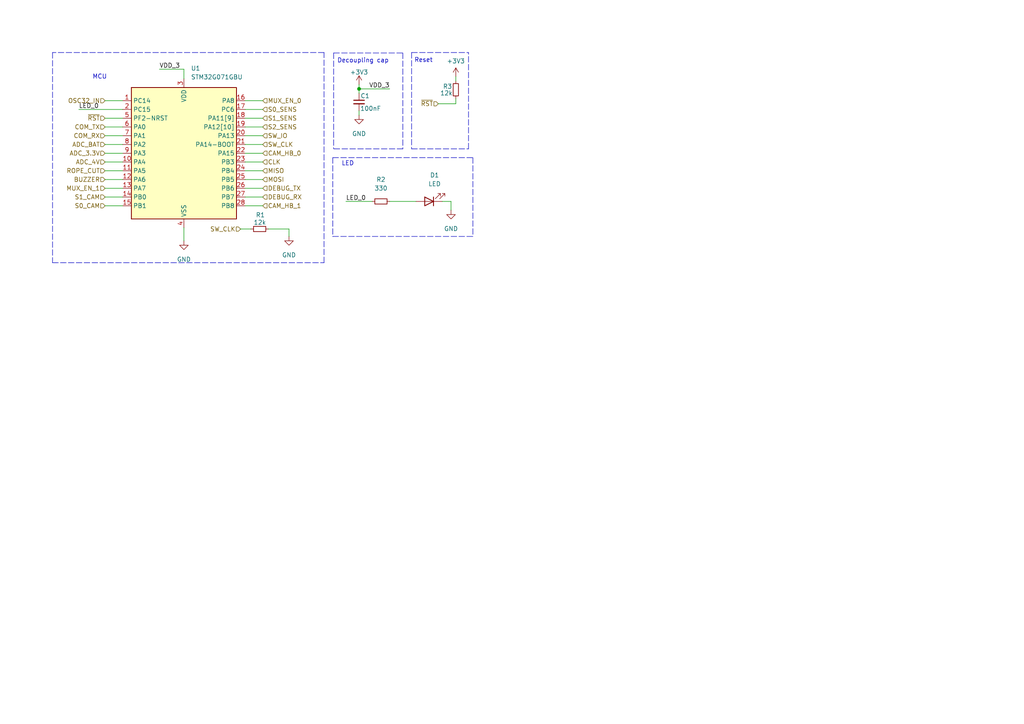
<source format=kicad_sch>
(kicad_sch (version 20211123) (generator eeschema)
  (paper "A4")
  (lib_symbols
    (symbol "Device:C_Small" (pin_numbers hide) (pin_names (offset 0.254) hide)
      (property "Reference" "C" (at 0.254 1.778 0))
      (property "Value" "C_Small" (at 0.254 -2.032 0))
      (symbol "C_Small_0_1"
        (polyline (pts (xy -1.524 -0.508) (xy 1.524 -0.508)) (stroke (width 0.3302)))
        (polyline (pts (xy -1.524 0.508) (xy 1.524 0.508)) (stroke (width 0.3048)))
      )
      (symbol "C_Small_1_1"
        (pin passive line (at 0 2.54 270) (length 2.032) (name "~") (number "1"))
        (pin passive line (at 0 -2.54 90) (length 2.032) (name "~") (number "2"))
      )
    )
    (symbol "Device:LED" (pin_numbers hide) (pin_names (offset 1.016) hide)
      (property "Reference" "D" (at 0 2.54 0))
      (property "Value" "LED" (at 0 -2.54 0))
      (symbol "LED_0_1"
        (polyline (pts (xy -1.27 -1.27) (xy -1.27 1.27)) (stroke (width 0.254)))
        (polyline (pts (xy -1.27 0) (xy 1.27 0)))
        (polyline (pts (xy 1.27 -1.27) (xy 1.27 1.27) (xy -1.27 0) (xy 1.27 -1.27)) (stroke (width 0.254)))
        (polyline (pts (xy -3.048 -0.762) (xy -4.572 -2.286) (xy -3.81 -2.286) (xy -4.572 -2.286) (xy -4.572 -1.524)))
        (polyline (pts (xy -1.778 -0.762) (xy -3.302 -2.286) (xy -2.54 -2.286) (xy -3.302 -2.286) (xy -3.302 -1.524)))
      )
      (symbol "LED_1_1"
        (pin passive line (at -3.81 0 0) (length 2.54) (name "K") (number "1"))
        (pin passive line (at 3.81 0 180) (length 2.54) (name "A") (number "2"))
      )
    )
    (symbol "Device:R_Small" (pin_numbers hide) (pin_names (offset 0.254) hide)
      (property "Reference" "R" (at 0.762 0.508 0))
      (property "Value" "R_Small" (at 0.762 -1.016 0))
      (symbol "R_Small_0_1"
        (rectangle (start -0.762 1.778) (end 0.762 -1.778) (stroke (width 0.2032)))
      )
      (symbol "R_Small_1_1"
        (pin passive line (at 0 2.54 270) (length 0.762) (name "~") (number "1"))
        (pin passive line (at 0 -2.54 90) (length 0.762) (name "~") (number "2"))
      )
    )
    (symbol "power:+3.3V" (power) (pin_names (offset 0))
      (property "Value" "+3.3V" (at 0 3.556 0))
      (symbol "+3.3V_0_1"
        (polyline (pts (xy -0.762 1.27) (xy 0 2.54)))
        (polyline (pts (xy 0 0) (xy 0 2.54)))
        (polyline (pts (xy 0 2.54) (xy 0.762 1.27)))
      )
      (symbol "+3.3V_1_1"
        (pin power_in line (at 0 0 90) (length 0) hide (name "+3V3") (number "1"))
      )
    )
    (symbol "power:GND" (power) (pin_names (offset 0))
      (property "Value" "GND" (at 0 -3.81 0))
      (symbol "GND_0_1"
        (polyline (pts (xy 0 0) (xy 0 -1.27) (xy 1.27 -1.27) (xy 0 -2.54) (xy -1.27 -1.27) (xy 0 -1.27)))
      )
      (symbol "GND_1_1"
        (pin power_in line (at 0 0 270) (length 0) hide (name "GND") (number "1"))
      )
    )
    (symbol "schematics:STM32G071GBU"
      (property "Reference" "U" (at 12.7 27.94 0))
      (property "Value" "STM32G071GBU" (at 7.62 25.4 0))
      (symbol "STM32G071GBU_0_1"
        (rectangle (start -15.24 22.86) (end 15.24 -15.24) (stroke (width 0.254)) (fill (type background)))
      )
      (symbol "STM32G071GBU_1_1"
        (pin bidirectional line (at -17.78 19.05 0) (length 2.54) (name "PC14") (number "1"))
        (pin bidirectional line (at -17.78 1.27 0) (length 2.54) (name "PA4") (number "10"))
        (pin bidirectional line (at -17.78 -1.27 0) (length 2.54) (name "PA5") (number "11"))
        (pin bidirectional line (at -17.78 -3.81 0) (length 2.54) (name "PA6") (number "12"))
        (pin bidirectional line (at -17.78 -6.35 0) (length 2.54) (name "PA7") (number "13"))
        (pin bidirectional line (at -17.78 -8.89 0) (length 2.54) (name "PB0") (number "14"))
        (pin bidirectional line (at -17.78 -11.43 0) (length 2.54) (name "PB1") (number "15"))
        (pin bidirectional line (at 17.78 19.05 180) (length 2.54) (name "PA8") (number "16"))
        (pin bidirectional line (at 17.78 16.51 180) (length 2.54) (name "PC6") (number "17"))
        (pin bidirectional line (at 17.78 13.97 180) (length 2.54) (name "PA11[9]") (number "18"))
        (pin bidirectional line (at 17.78 11.43 180) (length 2.54) (name "PA12[10]") (number "19"))
        (pin bidirectional line (at -17.78 16.51 0) (length 2.54) (name "PC15") (number "2"))
        (pin bidirectional line (at 17.78 8.89 180) (length 2.54) (name "PA13") (number "20"))
        (pin bidirectional line (at 17.78 6.35 180) (length 2.54) (name "PA14-BOOT") (number "21"))
        (pin bidirectional line (at 17.78 3.81 180) (length 2.54) (name "PA15") (number "22"))
        (pin bidirectional line (at 17.78 1.27 180) (length 2.54) (name "PB3") (number "23"))
        (pin bidirectional line (at 17.78 -1.27 180) (length 2.54) (name "PB4") (number "24"))
        (pin bidirectional line (at 17.78 -3.81 180) (length 2.54) (name "PB5") (number "25"))
        (pin bidirectional line (at 17.78 -6.35 180) (length 2.54) (name "PB6") (number "26"))
        (pin bidirectional line (at 17.78 -8.89 180) (length 2.54) (name "PB7") (number "27"))
        (pin bidirectional line (at 17.78 -11.43 180) (length 2.54) (name "PB8") (number "28"))
        (pin bidirectional line (at 0 25.4 270) (length 2.54) (name "VDD") (number "3"))
        (pin bidirectional line (at 0 -17.78 90) (length 2.54) (name "VSS") (number "4"))
        (pin bidirectional line (at -17.78 13.97 0) (length 2.54) (name "PF2-NRST") (number "5"))
        (pin bidirectional line (at -17.78 11.43 0) (length 2.54) (name "PA0") (number "6"))
        (pin bidirectional line (at -17.78 8.89 0) (length 2.54) (name "PA1") (number "7"))
        (pin bidirectional line (at -17.78 6.35 0) (length 2.54) (name "PA2") (number "8"))
        (pin bidirectional line (at -17.78 3.81 0) (length 2.54) (name "PA3") (number "9"))
      )
    )
  )
  (junction (at 104.14 25.781))
  (wire (pts (xy 104.14 24.511) (xy 104.14 25.781)))
  (wire (pts (xy 30.48 49.53) (xy 35.56 49.53)))
  (wire (pts (xy 30.48 52.07) (xy 35.56 52.07)))
  (wire (pts (xy 71.12 49.53) (xy 76.2 49.53)))
  (wire (pts (xy 53.34 20.066) (xy 46.228 20.066)))
  (wire (pts (xy 30.48 34.29) (xy 35.56 34.29)))
  (polyline (pts (xy 15.24 76.2) (xy 93.98 76.2)))
  (wire (pts (xy 30.48 36.83) (xy 35.56 36.83)))
  (wire (pts (xy 30.48 54.61) (xy 35.56 54.61)))
  (wire (pts (xy 100.33 58.42) (xy 107.95 58.42)))
  (polyline (pts (xy 116.84 15.367) (xy 116.84 43.18)))
  (wire (pts (xy 127.127 30.099) (xy 132.207 30.099)))
  (polyline (pts (xy 96.774 15.367) (xy 96.774 43.18)))
  (wire (pts (xy 130.81 58.42) (xy 130.81 60.96)))
  (wire (pts (xy 30.48 41.91) (xy 35.56 41.91)))
  (wire (pts (xy 69.7738 66.421) (xy 69.7738 66.4464)))
  (polyline (pts (xy 119.38 43.18) (xy 135.89 43.18)))
  (wire (pts (xy 71.12 44.45) (xy 76.2 44.45)))
  (wire (pts (xy 71.12 29.21) (xy 76.2 29.21)))
  (wire (pts (xy 30.48 44.45) (xy 35.56 44.45)))
  (wire (pts (xy 71.12 41.91) (xy 76.2 41.91)))
  (wire (pts (xy 113.03 25.781) (xy 104.14 25.781)))
  (wire (pts (xy 83.82 66.421) (xy 83.82 68.58)))
  (wire (pts (xy 53.34 66.04) (xy 53.34 69.85)))
  (wire (pts (xy 71.12 36.83) (xy 76.2 36.83)))
  (polyline (pts (xy 119.38 15.24) (xy 135.89 15.24)))
  (wire (pts (xy 71.12 34.29) (xy 76.2 34.29)))
  (wire (pts (xy 71.12 59.69) (xy 76.2 59.69)))
  (wire (pts (xy 132.207 22.225) (xy 132.207 23.495)))
  (polyline (pts (xy 116.84 43.18) (xy 96.774 43.18)))
  (wire (pts (xy 128.27 58.42) (xy 130.81 58.42)))
  (wire (pts (xy 132.207 28.575) (xy 132.207 30.099)))
  (polyline (pts (xy 96.52 68.58) (xy 137.16 68.58)))
  (polyline (pts (xy 96.774 15.367) (xy 116.84 15.367)))
  (polyline (pts (xy 96.52 45.72) (xy 96.52 68.58)))
  (polyline (pts (xy 135.89 43.18) (xy 135.89 15.24)))
  (wire (pts (xy 104.14 33.401) (xy 104.14 32.131)))
  (wire (pts (xy 30.48 39.37) (xy 35.56 39.37)))
  (wire (pts (xy 71.12 31.75) (xy 76.2 31.75)))
  (wire (pts (xy 30.48 57.15) (xy 35.56 57.15)))
  (wire (pts (xy 30.48 59.69) (xy 35.56 59.69)))
  (polyline (pts (xy 96.52 45.72) (xy 137.16 45.72)))
  (wire (pts (xy 71.12 46.99) (xy 76.2 46.99)))
  (wire (pts (xy 30.48 29.21) (xy 35.56 29.21)))
  (wire (pts (xy 71.12 54.61) (xy 76.2 54.61)))
  (polyline (pts (xy 93.98 76.2) (xy 93.98 15.24)))
  (wire (pts (xy 30.48 46.99) (xy 35.56 46.99)))
  (wire (pts (xy 71.12 39.37) (xy 76.2 39.37)))
  (polyline (pts (xy 119.38 15.24) (xy 119.38 43.18)))
  (wire (pts (xy 69.7738 66.421) (xy 72.771 66.421)))
  (wire (pts (xy 113.03 58.42) (xy 120.65 58.42)))
  (wire (pts (xy 71.12 52.07) (xy 76.2 52.07)))
  (wire (pts (xy 53.34 20.066) (xy 53.34 22.86)))
  (polyline (pts (xy 15.24 15.24) (xy 15.24 76.2)))
  (wire (pts (xy 71.12 57.15) (xy 76.2 57.15)))
  (wire (pts (xy 22.86 31.75) (xy 35.56 31.75)))
  (wire (pts (xy 104.14 25.781) (xy 104.14 27.051)))
  (polyline (pts (xy 137.16 45.72) (xy 137.16 68.58)))
  (wire (pts (xy 77.851 66.421) (xy 83.82 66.421)))
  (polyline (pts (xy 93.98 15.24) (xy 15.24 15.24)))
  (text "Reset\n" (at 120.142 18.288 0) (effects (font (size 1.27 1.27)) (justify left bottom)))
  (text "MCU\n" (at 26.797 23.114 0) (effects (font (size 1.27 1.27)) (justify left bottom)))
  (text "Decoupling cap\n" (at 97.79 18.415 0) (effects (font (size 1.27 1.27)) (justify left bottom)))
  (text "LED" (at 99.06 48.26 0) (effects (font (size 1.27 1.27)) (justify left bottom)))
  (label "LED_0" (at 100.33 58.42 0))
  (label "VDD_3" (at 46.228 20.066 0))
  (label "VDD_3" (at 113.03 25.781 180))
  (label "LED_0" (at 22.86 31.75 0))
  (hierarchical_label "CAM_HB_1" (shape input) (at 76.2 59.69 0))
  (hierarchical_label "OSC32_IN" (shape input) (at 30.48 29.21 180))
  (hierarchical_label "S2_SENS" (shape input) (at 76.2 36.83 0))
  (hierarchical_label "DEBUG_RX" (shape input) (at 76.2 57.15 0))
  (hierarchical_label "MISO" (shape input) (at 76.2 49.53 0))
  (hierarchical_label "SW_CLK" (shape input) (at 76.2 41.91 0))
  (hierarchical_label "COM_RX" (shape input) (at 30.48 39.37 180))
  (hierarchical_label "ROPE_CUT" (shape input) (at 30.48 49.53 180))
  (hierarchical_label "ADC_4V" (shape input) (at 30.48 46.99 180))
  (hierarchical_label "SW_IO" (shape input) (at 76.2 39.37 0))
  (hierarchical_label "ADC_BAT" (shape input) (at 30.48 41.91 180))
  (hierarchical_label "ADC_3.3V" (shape input) (at 30.48 44.45 180))
  (hierarchical_label "S1_CAM" (shape input) (at 30.48 57.15 180))
  (hierarchical_label "COM_TX" (shape input) (at 30.48 36.83 180))
  (hierarchical_label "CAM_HB_0" (shape input) (at 76.2 44.45 0))
  (hierarchical_label "S1_SENS" (shape input) (at 76.2 34.29 0))
  (hierarchical_label "MOSI" (shape input) (at 76.2 52.07 0))
  (hierarchical_label "~{RST}" (shape input) (at 30.48 34.29 180))
  (hierarchical_label "BUZZER" (shape input) (at 30.48 52.07 180))
  (hierarchical_label "DEBUG_TX" (shape input) (at 76.2 54.61 0))
  (hierarchical_label "MUX_EN_0" (shape input) (at 76.2 29.21 0))
  (hierarchical_label "S0_SENS" (shape input) (at 76.2 31.75 0))
  (hierarchical_label "S0_CAM" (shape input) (at 30.48 59.69 180))
  (hierarchical_label "SW_CLK" (shape input) (at 69.7738 66.4464 180))
  (hierarchical_label "~{RST}" (shape input) (at 127.127 30.099 180))
  (hierarchical_label "CLK" (shape input) (at 76.2 46.99 0))
  (hierarchical_label "MUX_EN_1" (shape input) (at 30.48 54.61 180))
  (symbol (lib_id "Device:R_Small") (at 132.207 26.035 0) (unit 1)
    (property "Reference" "R3" (at 128.4478 25.0698 0) (effects (justify left)))
    (property "Value" "12k" (at 127.635 27.0002 0) (effects (justify left)))
    (property "Footprint" "Resistor_SMD:R_0402_1005Metric" (effects hide))
  )
  (symbol (lib_id "Device:C_Small") (at 104.14 29.591 0) (unit 1)
    (property "Reference" "C1" (at 104.5464 27.813 0) (effects (justify left)))
    (property "Value" "100nF" (at 104.4448 31.4706 0) (effects (justify left)))
    (property "Footprint" "Capacitor_SMD:C_0402_1005Metric" (effects hide))
  )
  (symbol (lib_id "power:GND") (at 53.34 69.85 0) (unit 1)
    (property "Reference" "#PWR0107" (effects hide))
    (property "Value" "GND" (at 53.34 75.2348 0))
  )
  (symbol (lib_id "power:+3.3V") (at 132.207 22.225 0) (unit 1)
    (property "Reference" "#PWR0105" (effects hide))
    (property "Value" "+3.3V" (at 132.207 17.7107 0))
  )
  (symbol (lib_id "schematics:STM32G071GBU") (at 53.34 48.26 0) (unit 1)
    (property "Reference" "U1" (at 55.3594 19.812 0) (effects (justify left)))
    (property "Value" "STM32G071GBU" (at 55.3594 22.352 0) (effects (justify left)))
    (property "Footprint" "Package_DFN_QFN:QFN-28_4x4mm_P0.5mm" (effects hide))
    (property "Datasheet" "https://www.farnell.com/datasheets/2710903.pdf" (effects hide))
  )
  (symbol (lib_id "power:GND") (at 83.82 68.58 0) (unit 1)
    (property "Reference" "#PWR0109" (effects hide))
    (property "Value" "GND" (at 83.82 73.9648 0))
  )
  (symbol (lib_id "Device:R_Small") (at 75.311 66.421 90) (unit 1)
    (property "Reference" "R1" (at 74.168 62.357 90) (effects (justify right)))
    (property "Value" "12k" (at 73.533 64.516 90) (effects (justify right)))
    (property "Footprint" "Resistor_SMD:R_0402_1005Metric" (effects hide))
  )
  (symbol (lib_id "Device:LED") (at 124.46 58.42 180) (unit 1)
    (property "Reference" "D1" (at 126.0475 50.8 0))
    (property "Value" "LED" (at 126.0475 53.34 0))
    (property "Footprint" "LED_SMD:LED_0603_1608Metric" (effects hide))
  )
  (symbol (lib_id "Device:R_Small") (at 110.49 58.42 90) (unit 1)
    (property "Reference" "R2" (at 110.49 52.07 90))
    (property "Value" "330" (at 110.49 54.61 90))
    (property "Footprint" "Resistor_SMD:R_0402_1005Metric" (effects hide))
  )
  (symbol (lib_id "power:GND") (at 104.14 33.401 0) (unit 1)
    (property "Reference" "#PWR0106" (effects hide))
    (property "Value" "GND" (at 104.14 38.7858 0))
  )
  (symbol (lib_id "power:GND") (at 130.81 60.96 0) (unit 1)
    (property "Reference" "#PWR0108" (effects hide))
    (property "Value" "GND" (at 130.81 66.3448 0))
  )
  (symbol (lib_id "power:+3.3V") (at 104.14 24.511 0) (unit 1)
    (property "Reference" "#PWR0104" (effects hide))
    (property "Value" "+3.3V" (at 104.14 20.955 0))
  )
)
</source>
